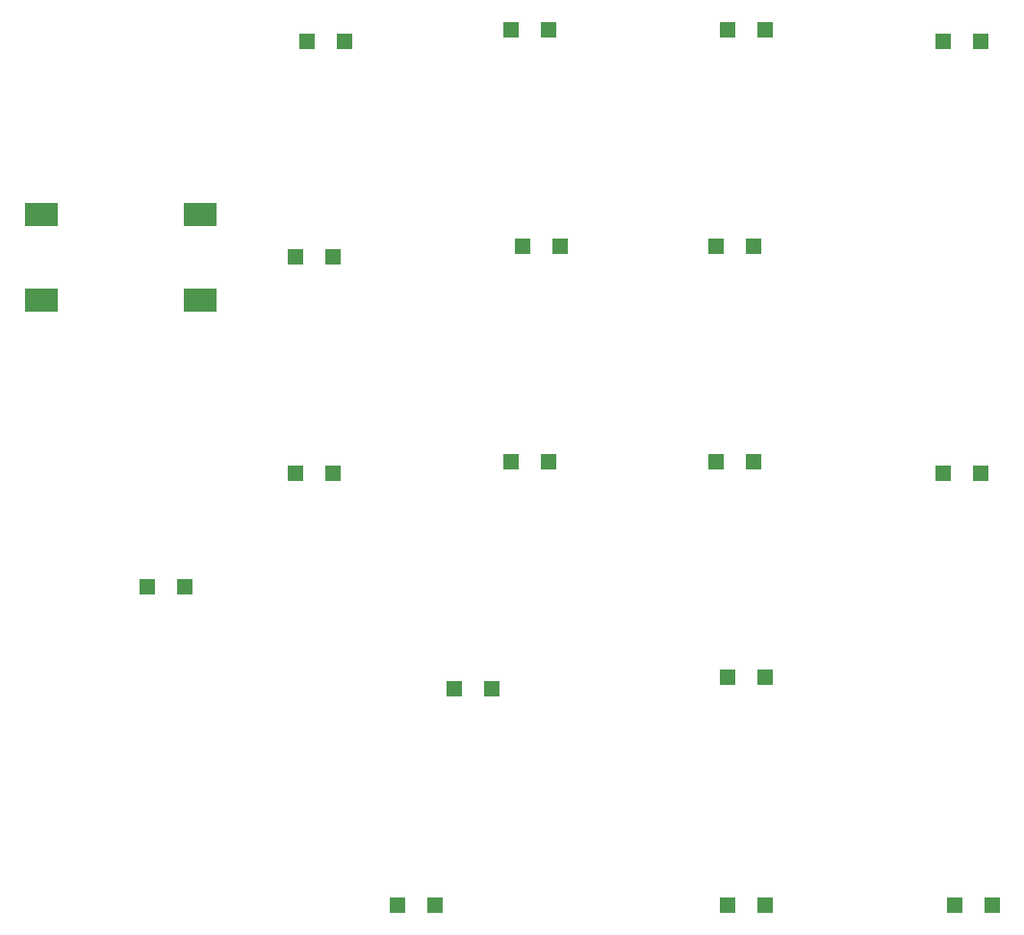
<source format=gbr>
G04 EAGLE Gerber RS-274X export*
G75*
%MOMM*%
%FSLAX34Y34*%
%LPD*%
%INSolderpaste Top*%
%IPPOS*%
%AMOC8*
5,1,8,0,0,1.08239X$1,22.5*%
G01*
%ADD10R,3.000000X2.000000*%
%ADD11R,1.397000X1.397000*%


D10*
X40000Y687500D03*
X40000Y612500D03*
X180000Y612500D03*
X180000Y687500D03*
D11*
X306510Y840000D03*
X273490Y840000D03*
X486510Y850000D03*
X453490Y850000D03*
X676510Y850000D03*
X643490Y850000D03*
X866510Y840000D03*
X833490Y840000D03*
X296510Y650000D03*
X263490Y650000D03*
X496510Y660000D03*
X463490Y660000D03*
X666510Y660000D03*
X633490Y660000D03*
X866510Y460000D03*
X833490Y460000D03*
X666510Y470000D03*
X633490Y470000D03*
X486510Y470000D03*
X453490Y470000D03*
X296510Y460000D03*
X263490Y460000D03*
X166510Y360000D03*
X133490Y360000D03*
X436510Y270000D03*
X403490Y270000D03*
X676510Y280000D03*
X643490Y280000D03*
X876510Y80000D03*
X843490Y80000D03*
X676510Y80000D03*
X643490Y80000D03*
X386510Y80000D03*
X353490Y80000D03*
M02*

</source>
